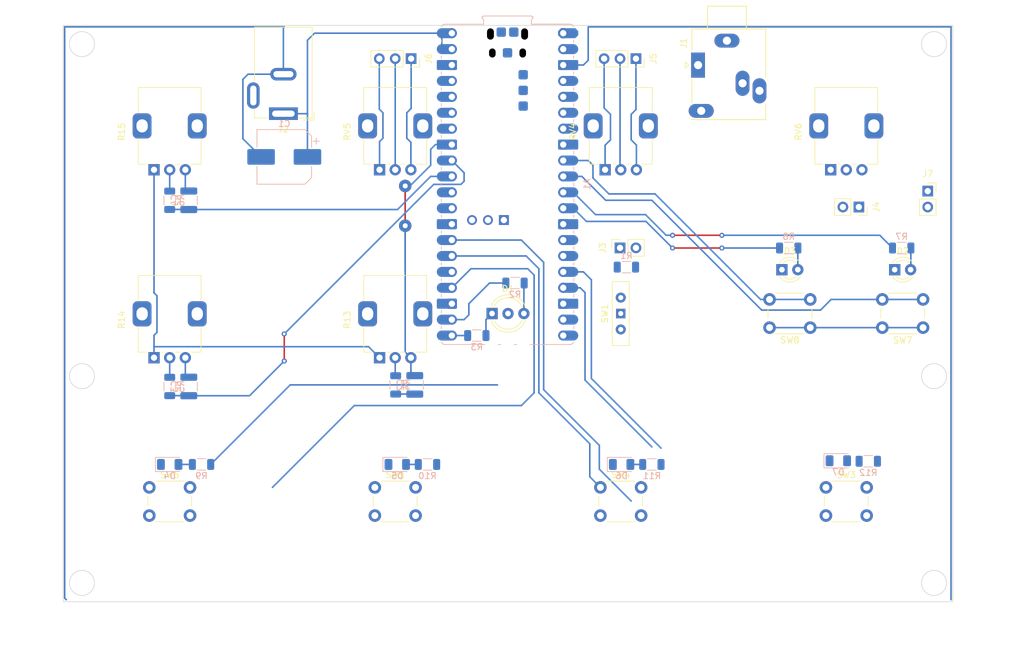
<source format=kicad_pcb>
(kicad_pcb (version 20240108) (generator "pcbnew") (generator_version "8.0")
  (title_block (title "PCB Dubsiren RP2040") (date "2024-09-30") (rev "0"))
  (layers (0 "F.Cu" signal) (31 "B.Cu" signal) (34 "B.Paste" user) (35 "F.Paste" user) (36 "B.SilkS" user "B.Silkscreen") (37 "F.SilkS" user "F.Silkscreen") (38 "B.Mask" user) (39 "F.Mask" user) (44 "Edge.Cuts" user))
  (net 0 "")
  (net 1 "GND")
  (net 2 "+5C")
  (net 3 "Net-(J1-PadS)")
  (net 4 "Net-(A1-GPIO19)")
  (net 5 "Net-(A1-GPIO3)")
  (net 6 "Net-(A1-GPIO6)")
  (net 7 "Net-(A1-GPIO5)")
  (net 8 "Net-(A1-GPIO11)")
  (net 9 "Net-(A1-GPIO18)")
  (net 10 "Net-(A1-GPIO7)")
  (net 11 "Net-(A1-GPIO13)")
  (net 12 "Net-(A1-GPIO28_ADC2)")
  (net 13 "+3V3")
  (net 14 "Net-(A1-GPIO16)")
  (net 15 "GNDA")
  (net 16 "Net-(A1-GPIO8)")
  (net 17 "Net-(A1-GPIO17)")
  (net 18 "Net-(A1-GPIO20)")
  (net 19 "Net-(A1-GPIO9)")
  (net 20 "Net-(A1-GPIO10)")
  (net 21 "Net-(A1-GPIO27_ADC1)")
  (net 22 "Net-(A1-GPIO26_ADC0)")
  (net 23 "Net-(A1-GPIO12)")
  (net 24 "Net-(A1-GPIO21)")
  (net 25 "Net-(A1-GPIO4)")
  (net 26 "Net-(D1-A1)")
  (net 27 "Net-(D1-A2)")
  (net 28 "Net-(D2-A)")
  (net 29 "Net-(D3-A)")
  (net 30 "Net-(D4-A)")
  (net 31 "Net-(D5-A)")
  (net 32 "Net-(D6-A)")
  (net 33 "Net-(D7-A)")
  (net 34 "Net-(J3-Pin_2)")
  (net 35 "Net-(J4-Pin_1)")
  (net 36 "Net-(J5-Pin_1)")
  (net 37 "Net-(J5-Pin_2)")
  (net 38 "Net-(J5-Pin_3)")
  (net 39 "Net-(J6-Pin_1)")
  (net 40 "Net-(J6-Pin_2)")
  (net 41 "Net-(J6-Pin_3)")
  (net 42 "Net-(R13-Pad2)")
  (net 43 "Net-(R14-Pad2)")
  (net 44 "Net-(R15-Pad2)")
  (footprint "Potentiometer_THT:Potentiometer_Alps_RK09K_Single_Vertical" (layer "F.Cu") (at 54.5 101.05 90)
    (property "Reference" "R14")
    (property "Value" "100k")
  )
  (footprint "Button_Switch_THT:SW_PUSH_6mm" (layer "F.Cu") (at 125.75 121.75)
    (property "Reference" "SW4")
    (property "Value" "Fire3")
  )
  (footprint "Button_Switch_THT:SW_PUSH_6mm" (layer "F.Cu") (at 53.75 121.75)
    (property "Reference" "SW6")
    (property "Value" "Fire1")
  )
  (footprint "LED_THT:LED_D3.0mm" (layer "F.Cu") (at 172.725 87)
    (property "Reference" "D2")
    (property "Value" "LED Shift1")
  )
  (footprint "Connector_PinSocket_2.54mm:PinSocket_1x03_P2.54mm_Vertical" (layer "F.Cu") (at 131.424 53.318 -90)
    (property "Reference" "J5")
    (property "Value" "Poti Echo Mix/Feedback")
  )
  (footprint "Potentiometer_THT:Potentiometer_Alps_RK09K_Single_Vertical" (layer "F.Cu") (at 90.5 71.05 90)
    (property "Reference" "RV5")
    (property "Value" "100k")
  )
  (footprint "Connector_PinSocket_2.54mm:PinSocket_1x02_P2.54mm_Vertical" (layer "F.Cu") (at 128.884 83.519 90)
    (property "Reference" "J3")
    (property "Value" "Wave Out")
  )
  (footprint "Potentiometer_THT:Potentiometer_Alps_RK09K_Single_Vertical" (layer "F.Cu") (at 126.5 71.05 90)
    (property "Reference" "RV4")
    (property "Value" "100k")
  )
  (footprint "LED_THT:LED_D5.0mm-3" (layer "F.Cu") (at 108.46 94)
    (property "Reference" "D1")
    (property "Value" "LED_Dual_AKA")
  )
  (footprint "Connector_Audio:Jack_3.5mm_Ledino_KB3SPRS_Horizontal" (layer "F.Cu") (at 141.3425 54.35 -90)
    (property "Reference" "J1")
    (property "Value" "AudioJack2")
  )
  (footprint "Potentiometer_THT:Potentiometer_Alps_RK09K_Single_Vertical" (layer "F.Cu") (at 90.5 101.05 90)
    (property "Reference" "R13")
    (property "Value" "100k")
  )
  (footprint "Potentiometer_THT:Potentiometer_Alps_RK09K_Single_Vertical" (layer "F.Cu") (at 54.5 71.05 90)
    (property "Reference" "R15")
    (property "Value" "100k")
  )
  (footprint "Button_Switch_THT:SW_PUSH_6mm" (layer "F.Cu") (at 177.25 96.25 180)
    (property "Reference" "SW7")
    (property "Value" "Shift2/Save")
  )
  (footprint "Button_Switch_THT:SW_PUSH_6mm" (layer "F.Cu") (at 161.75 121.75)
    (property "Reference" "SW3")
    (property "Value" "Fire4")
  )
  (footprint "Button_Switch_THT:SW_PUSH_6mm" (layer "F.Cu") (at 89.75 121.75)
    (property "Reference" "SW5")
    (property "Value" "Fire2")
  )
  (footprint "Connector_BarrelJack:BarrelJack_GCT_DCJ200-10-A_Horizontal" (layer "F.Cu") (at 75.15 62.1 180)
    (property "Reference" "J2")
    (property "Value" "Power Jack 5V")
  )
  (footprint "Button_Switch_THT:SW_Slide-03_Wuerth-WS-SLTV_10x2.5x6.4_P2.54mm" (layer "F.Cu") (at 129 94 90)
    (property "Reference" "SW1")
    (property "Value" "LFO Waveform")
  )
  (footprint "Connector_PinSocket_2.54mm:PinSocket_1x02_P2.54mm_Vertical" (layer "F.Cu") (at 167 77 -90)
    (property "Reference" "J4")
    (property "Value" "Echo Out")
  )
  (footprint "LED_THT:LED_D3.0mm" (layer "F.Cu") (at 154.725 87)
    (property "Reference" "D3")
    (property "Value" "LED Shift2")
  )
  (footprint "Button_Switch_THT:SW_PUSH_6mm" (layer "F.Cu") (at 159.25 96.25 180)
    (property "Reference" "SW8")
    (property "Value" "Shift1")
  )
  (footprint "Potentiometer_THT:Potentiometer_Alps_RK09K_Single_Vertical" (layer "F.Cu") (at 162.5 71.05 90)
    (property "Reference" "RV6")
    (property "Value" "50k")
  )
  (footprint "Connector_PinSocket_2.54mm:PinSocket_1x03_P2.54mm_Vertical" (layer "F.Cu") (at 95.54 53.318 -90)
    (property "Reference" "J6")
    (property "Value" "Poti Echo  Freq")
  )
  (footprint "Connector_PinSocket_2.54mm:PinSocket_1x02_P2.54mm_Vertical" (layer "F.Cu") (at 178 74.46)
    (property "Reference" "J7")
    (property "Value" "Echo Power")
  )
  (footprint "LED_SMD:LED_1206_3216Metric" (layer "B.Cu") (at 129.138 118.088)
    (property "Reference" "D6")
    (property "Value" "LED Fire3" (hide yes))
  )
  (footprint "Resistor_SMD:R_1206_3216Metric" (layer "B.Cu") (at 112.12 89.132)
    (property "Reference" "R2")
    (property "Value" "100" (hide yes))
  )
  (footprint "LED_SMD:LED_1206_3216Metric" (layer "B.Cu") (at 163.725 117.5)
    (property "Reference" "D7")
    (property "Value" "LED Fire4" (hide yes))
  )
  (footprint "Resistor_SMD:R_1206_3216Metric" (layer "B.Cu") (at 173.842 83.544 180)
    (property "Reference" "R7")
    (property "Value" "100" (hide yes))
  )
  (footprint "Resistor_SMD:R_1206_3216Metric" (layer "B.Cu") (at 98.15 118.088)
    (property "Reference" "R10")
    (property "Value" "100" (hide yes))
  )
  (footprint "Resistor_SMD:R_1206_3216Metric" (layer "B.Cu") (at 93.07 105.388 90)
    (property "Reference" "R4")
    (property "Value" "1k" (hide yes))
  )
  (footprint "Resistor_SMD:R_1206_3216Metric" (layer "B.Cu") (at 168.508 117.58)
    (property "Reference" "R12")
    (property "Value" "100" (hide yes))
  )
  (footprint "Resistor_SMD:R_1206_3216Metric" (layer "B.Cu") (at 133.964 118.088)
    (property "Reference" "R11")
    (property "Value" "100" (hide yes))
  )
  (footprint "Resistor_SMD:R_1206_3216Metric" (layer "B.Cu") (at 57.002 105.642 90)
    (property "Reference" "R5")
    (property "Value" "1k")
  )
  (footprint "RPI:Raspberry_Pi_Pico_SMT_THT_noDebugPort" (layer "B.Cu") (at 119.816 49.254 180)
    (property "Reference" "A1")
    (property "Value" "RaspberryPi-Pico")
  )
  (footprint "Resistor_SMD:R_1206_3216Metric" (layer "B.Cu") (at 62.082 118.088)
    (property "Reference" "R9")
    (property "Value" "100" (hide yes))
  )
  (footprint "Capacitor_SMD:C_1210_3225Metric" (layer "B.Cu") (at 96.118 105.388 -90)
    (property "Reference" "C2")
    (property "Value" "100n" (hide yes))
  )
  (footprint "Resistor_SMD:R_1206_3216Metric" (layer "B.Cu") (at 106.024 97.514)
    (property "Reference" "R3")
    (property "Value" "100" (hide yes))
  )
  (footprint "Capacitor_SMD:C_1210_3225Metric" (layer "B.Cu") (at 60.05 75.924 -90)
    (property "Reference" "C4")
    (property "Value" "100n" (hide yes))
  )
  (footprint "Resistor_SMD:R_1206_3216Metric" (layer "B.Cu") (at 155.808 83.544 180)
    (property "Reference" "R8")
    (property "Value" "100" (hide yes))
  )
  (footprint "LED_SMD:LED_1206_3216Metric" (layer "B.Cu") (at 93.324 118.088)
    (property "Reference" "D5")
    (property "Value" "LED Fire2" (hide yes))
  )
  (footprint "Resistor_SMD:R_1206_3216Metric" (layer "B.Cu") (at 57.002 75.924 90)
    (property "Reference" "R6")
    (property "Value" "1k" (hide yes))
  )
  (footprint "Capacitor_SMD:C_1210_3225Metric" (layer "B.Cu") (at 60.05 105.642 -90)
    (property "Reference" "C3")
    (property "Value" "100n")
  )
  (footprint "LED_SMD:LED_1206_3216Metric" (layer "B.Cu") (at 57.002 118.088)
    (property "Reference" "D4")
    (property "Value" "LED Fire1" (hide yes))
  )
  (footprint "Capacitor_SMD:CP_Elec_8x10.5" (layer "B.Cu") (at 75.29 69 180)
    (property "Reference" "C1")
    (property "Value" "100µ")
  )
  (footprint "Resistor_SMD:R_1206_3216Metric" (layer "B.Cu") (at 129.9 86.592 180)
    (property "Reference" "R1")
    (property "Value" "1k")
  )
  (gr_circle (center 43 137) (end 45 137) (stroke (width 0.1)) (fill none) (layer "Edge.Cuts"))
  (gr_circle (center 179 51) (end 181 51) (stroke (width 0.1)) (fill none) (layer "Edge.Cuts"))
  (gr_circle (center 43 51) (end 45 51) (stroke (width 0.1)) (fill none) (layer "Edge.Cuts"))
  (gr_rect (start 40 48) (end 182 140) (stroke (width 0.1)) (fill none) (layer "Edge.Cuts"))
  (gr_circle (center 43 104) (end 45 104) (stroke (width 0.1)) (fill none) (layer "Edge.Cuts"))
  (gr_circle (center 179 104) (end 181 104) (stroke (width 0.1)) (fill none) (layer "Edge.Cuts"))
  (gr_circle (center 179 137) (end 181 137) (stroke (width 0.1)) (fill none) (layer "Edge.Cuts"))
  (segment (start 159.25 96.25) (end 170.75 96.25) (width 0.25) (layer "B.Cu") (net 1))
  (segment (start 121.416 54.334) (end 123.042 54.334) (width 0.25) (layer "B.Cu") (net 1))
  (segment (start 123.042 54.334) (end 123.804 53.572) (width 0.25) (layer "B.Cu") (net 1))
  (segment (start 181.716 48.238) (end 181.716 139.678) (width 0.25) (layer "B.Cu") (net 1))
  (segment (start 40.238 48.238) (end 75.29 48.238) (width 0.25) (layer "B.Cu") (net 1))
  (segment (start 152.75 96.25) (end 159.25 96.25) (width 0.25) (layer "B.Cu") (net 1))
  (segment (start 123.804 53.572) (end 123.804 48.238) (width 0.25) (layer "B.Cu") (net 1))
  (segment (start 75.29 48.238) (end 75.15 48.378) (width 0.25) (layer "B.Cu") (net 1))
  (segment (start 123.804 48.238) (end 181.716 48.238) (width 0.25) (layer "B.Cu") (net 1))
  (segment (start 170.75 96.25) (end 177.25 96.25) (width 0.25) (layer "B.Cu") (net 1))
  (segment (start 71.59 69) (end 68.686 66.096) (width 0.25) (layer "B.Cu") (net 1))
  (segment (start 40.238 139.424) (end 40.238 48.238) (width 0.25) (layer "B.Cu") (net 1))
  (segment (start 75.15 48.378) (end 75.15 55.8) (width 0.25) (layer "B.Cu") (net 1))
  (segment (start 68.686 56.62) (end 69.506 55.8) (width 0.25) (layer "B.Cu") (net 1))
  (segment (start 69.506 55.8) (end 75.15 55.8) (width 0.25) (layer "B.Cu") (net 1))
  (segment (start 40.492 139.678) (end 40.238 139.424) (width 0.25) (layer "B.Cu") (net 1))
  (segment (start 68.686 66.096) (end 68.686 56.62) (width 0.25) (layer "B.Cu") (net 1))
  (segment (start 78.99 62.1) (end 75.15 62.1) (width 0.25) (layer "B.Cu") (net 2))
  (segment (start 78.99 62.208) (end 78.99 50.38) (width 0.25) (layer "B.Cu") (net 2))
  (segment (start 80.116 49.254) (end 100.436 49.254) (width 0.25) (layer "B.Cu") (net 2))
  (segment (start 78.99 50.38) (end 80.116 49.254) (width 0.25) (layer "B.Cu") (net 2))
  (segment (start 78.99 69) (end 78.99 62.208) (width 0.25) (layer "B.Cu") (net 2))
  (segment (start 78.99 62.208) (end 78.99 62.1) (width 0.25) (layer "B.Cu") (net 2))
  (segment (start 100.436 49.254) (end 100.436 51.794) (width 0.25) (layer "B.Cu") (net 2))
  (segment (start 124.566 70.336) (end 123.804 69.574) (width 0.25) (layer "B.Cu") (net 6))
  (segment (start 152.75 91.75) (end 151.314 91.75) (width 0.25) (layer "B.Cu") (net 6))
  (segment (start 123.804 69.574) (end 119.816 69.574) (width 0.25) (layer "B.Cu") (net 6))
  (segment (start 127.106 74.908) (end 124.566 72.368) (width 0.25) (layer "B.Cu") (net 6))
  (segment (start 152.75 91.75) (end 159.25 91.75) (width 0.25) (layer "B.Cu") (net 6))
  (segment (start 134.472 74.908) (end 127.106 74.908) (width 0.25) (layer "B.Cu") (net 6))
  (segment (start 124.566 72.368) (end 124.566 70.336) (width 0.25) (layer "B.Cu") (net 6))
  (segment (start 151.314 91.75) (end 134.472 74.908) (width 0.25) (layer "B.Cu") (net 6))
  (segment (start 113.136 108.69) (end 115.168 106.658) (width 0.25) (layer "B.Cu") (net 9))
  (segment (start 105.084 86.846) (end 102.036 89.894) (width 0.25) (layer "B.Cu") (net 9))
  (segment (start 86.466 108.69) (end 113.136 108.69) (width 0.25) (layer "B.Cu") (net 9))
  (segment (start 115.168 106.658) (end 115.168 87.862) (width 0.25) (layer "B.Cu") (net 9))
  (segment (start 115.168 87.862) (end 114.152 86.846) (width 0.25) (layer "B.Cu") (net 9))
  (segment (start 114.152 86.846) (end 105.084 86.846) (width 0.25) (layer "B.Cu") (net 9))
  (segment (start 73.406 121.75) (end 86.466 108.69) (width 0.25) (layer "B.Cu") (net 9))
  (segment (start 160.888 93.45) (end 151.49 93.45) (width 0.25) (layer "B.Cu") (net 10))
  (segment (start 122.788 72.114) (end 121.416 72.114) (width 0.25) (layer "B.Cu") (net 10))
  (segment (start 126.598 75.924) (end 122.788 72.114) (width 0.25) (layer "B.Cu") (net 10))
  (segment (start 170.75 91.75) (end 177.25 91.75) (width 0.25) (layer "B.Cu") (net 10))
  (segment (start 151.49 93.45) (end 133.964 75.924) (width 0.25) (layer "B.Cu") (net 10))
  (segment (start 162.588 91.75) (end 160.888 93.45) (width 0.25) (layer "B.Cu") (net 10))
  (segment (start 133.964 75.924) (end 126.598 75.924) (width 0.25) (layer "B.Cu") (net 10))
  (segment (start 170.75 91.75) (end 162.588 91.75) (width 0.25) (layer "B.Cu") (net 10))
  (segment (start 123.296 90.656) (end 122.534 89.894) (width 0.25) (layer "B.Cu") (net 11))
  (segment (start 133.964 115.294) (end 123.296 104.626) (width 0.25) (layer "B.Cu") (net 11))
  (segment (start 122.534 89.894) (end 121.416 89.894) (width 0.25) (layer "B.Cu") (net 11))
  (segment (start 123.296 104.626) (end 123.296 90.656) (width 0.25) (layer "B.Cu") (net 11))
  (segment (start 93.07 106.8505) (end 96.1055 106.8505) (width 0.25) (layer "B.Cu") (net 12))
  (segment (start 96.1055 106.8505) (end 96.118 106.863) (width 0.25) (layer "B.Cu") (net 12))
  (segment (start 88.742 99.292) (end 54.5 99.292) (width 0.25) (layer "B.Cu") (net 13))
  (segment (start 54.462 90.656) (end 54.97 91.164) (width 0.25) (layer "B.Cu") (net 13))
  (segment (start 54.5 99.292) (end 54.5 101.05) (width 0.25) (layer "B.Cu") (net 13))
  (segment (start 54.5 90.618) (end 54.462 90.656) (width 0.25) (layer "B.Cu") (net 13))
  (segment (start 54.97 97.006) (end 54.5 97.476) (width 0.25) (layer "B.Cu") (net 13))
  (segment (start 54.5 71.05) (end 54.5 90.618) (width 0.25) (layer "B.Cu") (net 13))
  (segment (start 90.5 101.05) (end 88.742 99.292) (width 0.25) (layer "B.Cu") (net 13))
  (segment (start 54.97 91.164) (end 54.97 97.006) (width 0.25) (layer "B.Cu") (net 13))
  (segment (start 54.5 97.476) (end 54.5 99.292) (width 0.25) (layer "B.Cu") (net 13))
  (segment (start 102.036 97.514) (end 104.5615 97.514) (width 0.25) (layer "B.Cu") (net 14))
  (segment (start 94.594 78.972) (end 94.594 73.638) (width 0.25) (layer "F.Cu") (net 15))
  (segment (start 94.594 73.638) (end 94.594 80.496) (width 0.25) (layer "F.Cu") (net 15))
  (via (at 94.594 79.988) (size 2) (drill 0.8) (layers "F.Cu" "B.Cu") (net 15))
  (via (at 94.594 73.638) (size 2) (drill 0.8) (layers "F.Cu" "B.Cu") (net 15))
  (segment (start 59.5 71.05) (end 59.5 73.899) (width 0.25) (layer "B.Cu") (net 15))
  (segment (start 59.5 101.05) (end 59.5 103.617) (width 0.25) (layer "B.Cu") (net 15))
  (segment (start 95.356 73.638) (end 98.658 70.336) (width 0.25) (layer "B.Cu") (net 15))
  (segment (start 95.5 101.05) (end 94.594 100.144) (width 0.25) (layer "B.Cu") (net 15))
  (segment (start 94.594 100.144) (end 94.594 79.734) (width 0.25) (layer "B.Cu") (net 15))
  (segment (start 98.658 67.796) (end 99.42 67.034) (width 0.25) (layer "B.Cu") (net 15))
  (segment (start 59.5 73.899) (end 60.05 74.449) (width 0.25) (layer "B.Cu") (net 15))
  (segment (start 98.658 70.336) (end 98.658 67.796) (width 0.25) (layer "B.Cu") (net 15))
  (segment (start 95.5 101.05) (end 95.5 103.295) (width 0.25) (layer "B.Cu") (net 15))
  (segment (start 59.5 103.617) (end 60.05 104.167) (width 0.25) (layer "B.Cu") (net 15))
  (segment (start 94.594 73.638) (end 95.356 73.638) (width 0.25) (layer "B.Cu") (net 15))
  (segment (start 95.5 103.295) (end 96.118 103.913) (width 0.25) (layer "B.Cu") (net 15))
  (segment (start 99.42 67.034) (end 100.436 67.034) (width 0.25) (layer "B.Cu") (net 15))
  (segment (start 94.594 79.734) (end 94.594 86.338) (width 0.25) (layer "B.Cu") (net 15))
  (segment (start 94.594 87.354) (end 94.594 79.988) (width 0.25) (layer "B.Cu") (net 15))
  (segment (start 145.14 81.512) (end 137.266 81.512) (width 0.25) (layer "F.Cu") (net 16))
  (via (at 145.14 81.512) (size 0.8) (drill 0.4) (layers "F.Cu" "B.Cu") (net 16))
  (via (at 137.266 81.512) (size 0.8) (drill 0.4) (layers "F.Cu" "B.Cu") (net 16))
  (segment (start 124.972 78.21) (end 121.416 74.654) (width 0.25) (layer "B.Cu") (net 16))
  (segment (start 172.3795 83.544) (end 170.3475 81.512) (width 0.25) (layer "B.Cu") (net 16))
  (segment (start 132.948 78.21) (end 124.972 78.21) (width 0.25) (layer "B.Cu") (net 16))
  (segment (start 137.266 81.512) (end 136.25 81.512) (width 0.25) (layer "B.Cu") (net 16))
  (segment (start 170.3475 81.512) (end 145.14 81.512) (width 0.25) (layer "B.Cu") (net 16))
  (segment (start 136.25 81.512) (end 132.948 78.21) (width 0.25) (layer "B.Cu") (net 16))
  (segment (start 104.754 94.212) (end 103.992 94.974) (width 0.25) (layer "B.Cu") (net 17))
  (segment (start 104.754 92.434) (end 104.754 94.212) (width 0.25) (layer "B.Cu") (net 17))
  (segment (start 103.992 94.974) (end 102.036 94.974) (width 0.25) (layer "B.Cu") (net 17))
  (segment (start 110.6575 89.132) (end 108.056 89.132) (width 0.25) (layer "B.Cu") (net 17))
  (segment (start 108.056 89.132) (end 104.754 92.434) (width 0.25) (layer "B.Cu") (net 17))
  (segment (start 113.898 84.814) (end 102.036 84.814) (width 0.25) (layer "B.Cu") (net 18))
  (segment (start 125.75 121.75) (end 124.058 120.058) (width 0.25) (layer "B.Cu") (net 18))
  (segment (start 124.058 120.058) (end 124.058 114.786) (width 0.25) (layer "B.Cu") (net 18))
  (segment (start 115.93 86.846) (end 113.898 84.814) (width 0.25) (layer "B.Cu") (net 18))
  (segment (start 124.058 114.786) (end 115.93 106.658) (width 0.25) (layer "B.Cu") (net 18))
  (segment (start 115.93 106.658) (end 115.93 86.846) (width 0.25) (layer "B.Cu") (net 18))
  (segment (start 145.14 83.544) (end 137.266 83.544) (width 0.25) (layer "F.Cu") (net 19))
  (via (at 145.14 83.544) (size 0.8) (drill 0.4) (layers "F.Cu" "B.Cu") (net 19))
  (via (at 137.266 83.544) (size 0.8) (drill 0.4) (layers "F.Cu" "B.Cu") (net 19))
  (segment (start 123.518 79.296) (end 121.416 77.194) (width 0.25) (layer "B.Cu") (net 19))
  (segment (start 137.266 83.544) (end 133.018 79.296) (width 0.25) (layer "B.Cu") (net 19))
  (segment (start 133.018 79.296) (end 123.518 79.296) (width 0.25) (layer "B.Cu") (net 19))
  (segment (start 154.3455 83.544) (end 145.14 83.544) (width 0.25) (layer "B.Cu") (net 19))
  (segment (start 144.886 83.544) (end 145.14 83.544) (width 0.25) (layer "B.Cu") (net 19))
  (segment (start 101.452 105.388) (end 109.326 105.388) (width 0.25) (layer "B.Cu") (net 20))
  (segment (start 63.5445 118.088) (end 76.2445 105.388) (width 0.25) (layer "B.Cu") (net 20))
  (segment (start 76.2445 105.388) (end 101.452 105.388) (width 0.25) (layer "B.Cu") (net 20))
  (segment (start 75.280695 97.26) (end 75.29 97.26) (width 0.25) (layer "F.Cu") (net 21))
  (segment (start 75.29 97.26) (end 75.29 101.578) (width 0.25) (layer "F.Cu") (net 21))
  (via (at 75.280695 97.26) (size 0.8) (drill 0.4) (layers "F.Cu" "B.Cu") (net 21))
  (via (at 75.29 101.578) (size 0.8) (drill 0.4) (layers "F.Cu" "B.Cu") (net 21))
  (segment (start 69.751 107.117) (end 60.05 107.117) (width 0.25) (layer "B.Cu") (net 21))
  (segment (start 75.29 101.578) (end 69.751 107.117) (width 0.25) (layer "B.Cu") (net 21))
  (segment (start 91.725 80.815695) (end 75.280695 97.26) (width 0.25) (layer "B.Cu") (net 21))
  (segment (start 103.484 73.384) (end 99.156695 73.384) (width 0.25) (layer "B.Cu") (net 21))
  (segment (start 103.992 72.876) (end 103.484 73.384) (width 0.25) (layer "B.Cu") (net 21))
  (segment (start 102.036 69.574) (end 103.992 71.53) (width 0.25) (layer "B.Cu") (net 21))
  (segment (start 60.0375 107.1045) (end 60.05 107.117) (width 0.25) (layer "B.Cu") (net 21))
  (segment (start 103.992 71.53) (end 103.992 72.876) (width 0.25) (layer "B.Cu") (net 21))
  (segment (start 57.002 107.1045) (end 60.0375 107.1045) (width 0.25) (layer "B.Cu") (net 21))
  (segment (start 75.036 97.26) (end 75.280695 97.26) (width 0.25) (layer "B.Cu") (net 21))
  (segment (start 99.156695 73.384) (end 91.725 80.815695) (width 0.25) (layer "B.Cu") (net 21))
  (segment (start 57.002 77.3865) (end 60.0375 77.3865) (width 0.25) (layer "B.Cu") (net 22))
  (segment (start 93.373 77.399) (end 60.05 77.399) (width 0.25) (layer "B.Cu") (net 22))
  (segment (start 60.0375 77.3865) (end 60.05 77.399) (width 0.25) (layer "B.Cu") (net 22))
  (segment (start 98.658 72.114) (end 93.373 77.399) (width 0.25) (layer "B.Cu") (net 22))
  (segment (start 102.036 72.114) (end 98.658 72.114) (width 0.25) (layer "B.Cu") (net 22))
  (segment (start 124.312 88.624) (end 123.042 87.354) (width 0.25) (layer "B.Cu") (net 23))
  (segment (start 135.4265 115.4865) (end 124.312 104.372) (width 0.25) (layer "B.Cu") (net 23))
  (segment (start 123.042 87.354) (end 121.416 87.354) (width 0.25) (layer "B.Cu") (net 23))
  (segment (start 124.312 104.372) (end 124.312 88.624) (width 0.25) (layer "B.Cu") (net 23))
  (segment (start 125.582 115.04) (end 116.692 106.15) (width 0.25) (layer "B.Cu") (net 24))
  (segment (start 116.692 85.83) (end 113.136 82.274) (width 0.25) (layer "B.Cu") (net 24))
  (segment (start 130.662 123.93) (end 125.582 118.85) (width 0.25) (layer "B.Cu") (net 24))
  (segment (start 116.692 106.15) (end 116.692 85.83) (width 0.25) (layer "B.Cu") (net 24))
  (segment (start 125.582 118.85) (end 125.582 115.04) (width 0.25) (layer "B.Cu") (net 24))
  (segment (start 113.136 82.274) (end 102.036 82.274) (width 0.25) (layer "B.Cu") (net 24))
  (segment (start 107.4865 97.514) (end 107.4865 94.9735) (width 0.25) (layer "B.Cu") (net 26))
  (segment (start 107.4865 94.9735) (end 108.46 94) (width 0.25) (layer "B.Cu") (net 26))
  (segment (start 113.54 89.1745) (end 113.5825 89.132) (width 0.25) (layer "B.Cu") (net 27))
  (segment (start 113.54 94) (end 113.54 89.1745) (width 0.25) (layer "B.Cu") (net 27))
  (segment (start 175.3045 86.9605) (end 175.265 87) (width 0.25) (layer "B.Cu") (net 28))
  (segment (start 175.3045 83.544) (end 175.3045 86.9605) (width 0.25) (layer "B.Cu") (net 28))
  (segment (start 157.265 83.5495) (end 157.2705 83.544) (width 0.25) (layer "B.Cu") (net 29))
  (segment (start 157.265 87) (end 157.265 83.5495) (width 0.25) (layer "B.Cu") (net 29))
  (segment (start 58.402 118.088) (end 60.6195 118.088) (width 0.25) (layer "B.Cu") (net 30))
  (segment (start 96.6875 118.088) (end 94.724 118.088) (width 0.25) (layer "B.Cu") (net 31))
  (segment (start 130.538 118.088) (end 132.5015 118.088) (width 0.25) (layer "B.Cu") (net 32))
  (segment (start 166.9655 117.5) (end 167.0455 117.58) (width 0.25) (layer "B.Cu") (net 33))
  (segment (start 131.424 61.446) (end 130.662 62.208) (width 0.25) (layer "B.Cu") (net 36))
  (segment (start 130.662 66.272) (end 131.5 67.11) (width 0.25) (layer "B.Cu") (net 36))
  (segment (start 130.662 62.208) (end 130.662 66.272) (width 0.25) (layer "B.Cu") (net 36))
  (segment (start 131.5 67.11) (end 131.5 71.05) (width 0.25) (layer "B.Cu") (net 36))
  (segment (start 131.424 53.318) (end 131.424 61.446) (width 0.25) (layer "B.Cu") (net 36))
  (segment (start 128.884 53.318) (end 128.884 70.934) (width 0.25) (layer "B.Cu") (net 37))
  (segment (start 128.884 70.934) (end 129 71.05) (width 0.25) (layer "B.Cu") (net 37))
  (segment (start 127.36 62.208) (end 126.344 61.192) (width 0.25) (layer "B.Cu") (net 38))
  (segment (start 127.36 66.272) (end 127.36 62.208) (width 0.25) (layer "B.Cu") (net 38))
  (segment (start 126.344 61.192) (end 126.344 53.318) (width 0.25) (layer "B.Cu") (net 38))
  (segment (start 126.5 67.132) (end 127.36 66.272) (width 0.25) (layer "B.Cu") (net 38))
  (segment (start 126.5 71.05) (end 126.5 67.132) (width 0.25) (layer "B.Cu") (net 38))
  (segment (start 95.54 61.262) (end 94.848 61.954) (width 0.25) (layer "B.Cu") (net 39))
  (segment (start 95.54 53.318) (end 95.54 61.262) (width 0.25) (layer "B.Cu") (net 39))
  (segment (start 94.848 61.954) (end 94.848 66.018) (width 0.25) (layer "B.Cu") (net 39))
  (segment (start 94.848 66.018) (end 95.5 66.67) (width 0.25) (layer "B.Cu") (net 39))
  (segment (start 95.5 66.67) (end 95.5 71.05) (width 0.25) (layer "B.Cu") (net 39))
  (segment (start 93 53.318) (end 93.07 53.318) (width 0.25) (layer "B.Cu") (net 40))
  (segment (start 93 53.388) (end 93 71.05) (width 0.25) (layer "B.Cu") (net 40))
  (segment (start 93.07 53.318) (end 93 53.388) (width 0.25) (layer "B.Cu") (net 40))
  (segment (start 90.5 71.05) (end 90.5 66.556) (width 0.25) (layer "B.Cu") (net 41))
  (segment (start 91.038 61.954) (end 90.46 61.376) (width 0.25) (layer "B.Cu") (net 41))
  (segment (start 91.038 66.018) (end 91.038 61.954) (width 0.25) (layer "B.Cu") (net 41))
  (segment (start 90.46 61.376) (end 90.46 53.318) (width 0.25) (layer "B.Cu") (net 41))
  (segment (start 90.5 66.556) (end 91.038 66.018) (width 0.25) (layer "B.Cu") (net 41))
  (segment (start 93 103.8555) (end 93.07 103.9255) (width 0.25) (layer "B.Cu") (net 42))
  (segment (start 93 101.05) (end 93 103.8555) (width 0.25) (layer "B.Cu") (net 42))
  (segment (start 57 104.1775) (end 57.002 104.1795) (width 0.25) (layer "B.Cu") (net 43))
  (segment (start 57 101.05) (end 57 104.1775) (width 0.25) (layer "B.Cu") (net 43))
  (segment (start 57 71.05) (end 57 74.4595) (width 0.25) (layer "B.Cu") (net 44))
  (segment (start 57 74.4595) (end 57.002 74.4615) (width 0.25) (layer "B.Cu") (net 44))
)
</source>
